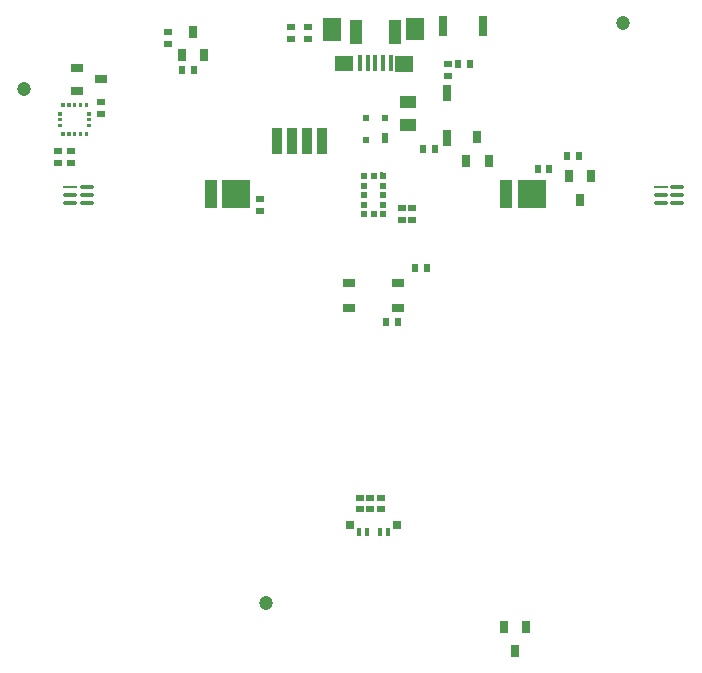
<source format=gbr>
%TF.GenerationSoftware,KiCad,Pcbnew,9.0.6*%
%TF.CreationDate,2025-12-03T15:23:28+01:00*%
%TF.ProjectId,Spinmodule,5370696e-6d6f-4647-956c-652e6b696361,rev?*%
%TF.SameCoordinates,Original*%
%TF.FileFunction,Paste,Top*%
%TF.FilePolarity,Positive*%
%FSLAX46Y46*%
G04 Gerber Fmt 4.6, Leading zero omitted, Abs format (unit mm)*
G04 Created by KiCad (PCBNEW 9.0.6) date 2025-12-03 15:23:28*
%MOMM*%
%LPD*%
G01*
G04 APERTURE LIST*
G04 Aperture macros list*
%AMRoundRect*
0 Rectangle with rounded corners*
0 $1 Rounding radius*
0 $2 $3 $4 $5 $6 $7 $8 $9 X,Y pos of 4 corners*
0 Add a 4 corners polygon primitive as box body*
4,1,4,$2,$3,$4,$5,$6,$7,$8,$9,$2,$3,0*
0 Add four circle primitives for the rounded corners*
1,1,$1+$1,$2,$3*
1,1,$1+$1,$4,$5*
1,1,$1+$1,$6,$7*
1,1,$1+$1,$8,$9*
0 Add four rect primitives between the rounded corners*
20,1,$1+$1,$2,$3,$4,$5,0*
20,1,$1+$1,$4,$5,$6,$7,0*
20,1,$1+$1,$6,$7,$8,$9,0*
20,1,$1+$1,$8,$9,$2,$3,0*%
%AMFreePoly0*
4,1,12,0.580001,0.000000,0.580001,-0.250000,0.580000,-0.250001,0.500001,-0.250001,0.500001,-0.500000,0.500000,-0.500001,0.000000,-0.500001,-0.000001,-0.500000,-0.000001,0.000000,0.000000,0.000001,0.580000,0.000001,0.580001,0.000000,0.580001,0.000000,$1*%
G04 Aperture macros list end*
%ADD10R,0.800000X1.700000*%
%ADD11R,1.050000X0.650000*%
%ADD12R,2.329990X2.380010*%
%ADD13R,1.100000X2.380010*%
%ADD14R,0.660000X0.660000*%
%ADD15R,0.400000X0.800000*%
%ADD16R,1.308720X0.292470*%
%ADD17RoundRect,0.146235X-0.508125X-0.000010X0.508125X-0.000010X0.508125X0.000010X-0.508125X0.000010X0*%
%ADD18C,0.450000*%
%ADD19R,0.500000X0.500000*%
%ADD20FreePoly0,90.000000*%
%ADD21R,0.700000X1.000000*%
%ADD22R,0.700000X0.600000*%
%ADD23R,0.600000X0.700000*%
%ADD24C,1.200000*%
%ADD25R,1.450000X1.000000*%
%ADD26R,0.750000X1.350000*%
%ADD27R,0.900000X2.200000*%
%ADD28R,0.400000X1.350000*%
%ADD29R,1.100000X2.100000*%
%ADD30R,0.600000X0.900000*%
%ADD31R,0.600000X0.500000*%
%ADD32R,1.000000X0.700000*%
G04 APERTURE END LIST*
G36*
X145059270Y-78189370D02*
G01*
X146584240Y-78189370D01*
X146584240Y-80139380D01*
X145059270Y-80139380D01*
X145059270Y-78189370D01*
G37*
G36*
X146009230Y-81389370D02*
G01*
X147534250Y-81389370D01*
X147534250Y-82714380D01*
X146009230Y-82714380D01*
X146009230Y-81389370D01*
G37*
G36*
X151134240Y-81389370D02*
G01*
X152684250Y-81389370D01*
X152684250Y-82739380D01*
X151134240Y-82739380D01*
X151134240Y-81389370D01*
G37*
G36*
X152059260Y-78164380D02*
G01*
X153609270Y-78164380D01*
X153609270Y-80089340D01*
X152059260Y-80089340D01*
X152059260Y-78164380D01*
G37*
%TO.C,U11*%
G36*
X123149470Y-85779840D02*
G01*
X122836430Y-85779840D01*
X122836430Y-85377350D01*
X123149470Y-85377350D01*
X123149470Y-85779840D01*
G37*
G36*
X123649480Y-85779840D02*
G01*
X123336430Y-85779840D01*
X123336430Y-85377350D01*
X123649480Y-85377350D01*
X123649480Y-85779840D01*
G37*
G36*
X124149480Y-85779840D02*
G01*
X123836420Y-85779840D01*
X123836420Y-85377350D01*
X124149480Y-85377350D01*
X124149480Y-85779840D01*
G37*
G36*
X124649470Y-85779840D02*
G01*
X124336420Y-85779840D01*
X124336420Y-85377350D01*
X124649470Y-85377350D01*
X124649470Y-85779840D01*
G37*
G36*
X125149470Y-85779840D02*
G01*
X124836430Y-85779840D01*
X124836430Y-85377350D01*
X125149470Y-85377350D01*
X125149470Y-85779840D01*
G37*
G36*
X125419200Y-86460130D02*
G01*
X125016710Y-86460130D01*
X125016710Y-86147080D01*
X125419200Y-86147080D01*
X125419200Y-86460130D01*
G37*
G36*
X125419200Y-86960130D02*
G01*
X125016710Y-86960130D01*
X125016710Y-86647070D01*
X125419200Y-86647070D01*
X125419200Y-86960130D01*
G37*
G36*
X125419200Y-87460120D02*
G01*
X125016710Y-87460120D01*
X125016710Y-87147070D01*
X125419200Y-87147070D01*
X125419200Y-87460120D01*
G37*
G36*
X125149470Y-88229850D02*
G01*
X124836430Y-88229850D01*
X124836430Y-87827360D01*
X125149470Y-87827360D01*
X125149470Y-88229850D01*
G37*
G36*
X124649470Y-88229850D02*
G01*
X124336420Y-88229850D01*
X124336420Y-87827360D01*
X124649470Y-87827360D01*
X124649470Y-88229850D01*
G37*
G36*
X124149480Y-88229850D02*
G01*
X123836420Y-88229850D01*
X123836420Y-87827360D01*
X124149480Y-87827360D01*
X124149480Y-88229850D01*
G37*
G36*
X123649480Y-88229850D02*
G01*
X123336430Y-88229850D01*
X123336430Y-87827360D01*
X123649480Y-87827360D01*
X123649480Y-88229850D01*
G37*
G36*
X123149470Y-88229850D02*
G01*
X122836430Y-88229850D01*
X122836430Y-87827360D01*
X123149470Y-87827360D01*
X123149470Y-88229850D01*
G37*
G36*
X122969190Y-87460120D02*
G01*
X122566700Y-87460120D01*
X122566700Y-87147070D01*
X122969190Y-87147070D01*
X122969190Y-87460120D01*
G37*
G36*
X122969190Y-86960130D02*
G01*
X122566700Y-86960130D01*
X122566700Y-86647070D01*
X122969190Y-86647070D01*
X122969190Y-86960130D01*
G37*
G36*
X122969190Y-86460130D02*
G01*
X122566700Y-86460130D01*
X122566700Y-86147080D01*
X122969190Y-86147080D01*
X122969190Y-86460130D01*
G37*
%TD*%
D10*
%TO.C,S1*%
X155149260Y-78859370D03*
X158549260Y-78859370D03*
%TD*%
D11*
%TO.C,S2*%
X147234240Y-100614370D03*
X151384240Y-100614370D03*
X147234240Y-102764370D03*
X151384240Y-102764370D03*
%TD*%
D12*
%TO.C,D5*%
X137682750Y-93125380D03*
D13*
X135507740Y-93125380D03*
%TD*%
D14*
%TO.C,D4*%
X147291260Y-121120390D03*
D15*
X150521260Y-121690390D03*
X149841260Y-121690390D03*
X148781260Y-121690390D03*
D14*
X151331260Y-121120390D03*
D15*
X148101260Y-121690390D03*
%TD*%
D12*
%TO.C,D3*%
X162682750Y-93125380D03*
D13*
X160507740Y-93125380D03*
%TD*%
D16*
%TO.C,U8*%
X173616240Y-92553600D03*
D17*
X173616240Y-93203600D03*
X173616240Y-93853600D03*
X175019660Y-93853600D03*
X175019660Y-93203600D03*
X175019660Y-92553600D03*
%TD*%
D16*
%TO.C,U7*%
X123616240Y-92553600D03*
D17*
X123616240Y-93203600D03*
X123616240Y-93853600D03*
X125019660Y-93853600D03*
X125019660Y-93203600D03*
X125019660Y-92553600D03*
%TD*%
D18*
%TO.C,U6*%
X150117950Y-91603600D03*
D19*
X149317950Y-91603600D03*
X149317950Y-94803600D03*
X148517950Y-91603600D03*
X148517950Y-92403600D03*
X148517950Y-93203600D03*
X148517950Y-94003600D03*
X148517950Y-94803600D03*
X150117950Y-94803600D03*
X150117950Y-94003600D03*
X150117950Y-93203600D03*
X150117950Y-92403600D03*
D20*
X149867950Y-91853600D03*
%TD*%
D21*
%TO.C,U3*%
X134025430Y-79375550D03*
X134975430Y-81375550D03*
X133075430Y-81375550D03*
%TD*%
D22*
%TO.C,R23*%
X149942950Y-118803600D03*
X149942950Y-119803600D03*
%TD*%
%TO.C,R22*%
X149042950Y-118803600D03*
X149042950Y-119803600D03*
%TD*%
%TO.C,R21*%
X139692950Y-94503600D03*
X139692950Y-93503600D03*
%TD*%
%TO.C,R20*%
X148142950Y-118803600D03*
X148142950Y-119803600D03*
%TD*%
D23*
%TO.C,R13*%
X164192950Y-91003600D03*
X163192950Y-91003600D03*
%TD*%
%TO.C,R12*%
X151392950Y-103903600D03*
X150392950Y-103903600D03*
%TD*%
D22*
%TO.C,R1*%
X155592950Y-83103600D03*
X155592950Y-82103600D03*
%TD*%
D21*
%TO.C,Q4*%
X166792950Y-93603600D03*
X165842950Y-91603600D03*
X167742950Y-91603600D03*
%TD*%
%TO.C,Q3*%
X161292950Y-131803600D03*
X160342950Y-129803600D03*
X162242950Y-129803600D03*
%TD*%
%TO.C,Q1*%
X158092950Y-88303600D03*
X159042950Y-90303600D03*
X157142950Y-90303600D03*
%TD*%
D24*
%TO.C,FD5*%
X170392950Y-78603600D03*
%TD*%
%TO.C,FD2*%
X119692950Y-84203600D03*
%TD*%
%TO.C,FD1*%
X140192950Y-127703600D03*
%TD*%
D25*
%TO.C,F1*%
X152192950Y-85353600D03*
X152192950Y-87253600D03*
%TD*%
D22*
%TO.C,C41*%
X152592950Y-94303600D03*
X152592950Y-95303600D03*
%TD*%
%TO.C,C3*%
X131892950Y-79403600D03*
X131892950Y-80403600D03*
%TD*%
D23*
%TO.C,C2*%
X134092950Y-82603600D03*
X133092950Y-82603600D03*
%TD*%
D22*
%TO.C,C42*%
X122592950Y-90503600D03*
X122592950Y-89503600D03*
%TD*%
%TO.C,R35*%
X126192950Y-86303600D03*
X126192950Y-85303600D03*
%TD*%
%TO.C,C40*%
X151692950Y-95303600D03*
X151692950Y-94303600D03*
%TD*%
%TO.C,C60*%
X142292950Y-79003600D03*
X142292950Y-80003600D03*
%TD*%
D26*
%TO.C,D1*%
X155559230Y-84539370D03*
X155559230Y-88339360D03*
%TD*%
D23*
%TO.C,R34*%
X153492950Y-89303600D03*
X154492950Y-89303600D03*
%TD*%
D27*
%TO.C,U1*%
X141153520Y-88661390D03*
X142423520Y-88661390D03*
X143693520Y-88661390D03*
X144963520Y-88661390D03*
%TD*%
D23*
%TO.C,R29*%
X153792960Y-99403600D03*
X152792970Y-99403600D03*
%TD*%
D28*
%TO.C,USB1*%
X150744950Y-82053600D03*
X150094950Y-82053600D03*
X149444950Y-82053600D03*
X148794940Y-82053600D03*
X148144950Y-82053600D03*
D29*
X151094940Y-79353600D03*
X147794950Y-79353600D03*
%TD*%
D23*
%TO.C,R33*%
X165692950Y-89903600D03*
X166692950Y-89903600D03*
%TD*%
D30*
%TO.C,U2*%
X150292940Y-88353590D03*
D31*
X150292940Y-86653620D03*
X148692950Y-86653620D03*
X148692950Y-88553590D03*
%TD*%
D32*
%TO.C,Q5*%
X124192950Y-82453600D03*
X124192950Y-84353600D03*
X126192950Y-83403600D03*
%TD*%
D23*
%TO.C,R31*%
X157492930Y-82103610D03*
X156492930Y-82103610D03*
%TD*%
D22*
%TO.C,C43*%
X123692950Y-89503600D03*
X123692950Y-90503600D03*
%TD*%
%TO.C,R40*%
X143792950Y-80003600D03*
X143792950Y-79003600D03*
%TD*%
M02*

</source>
